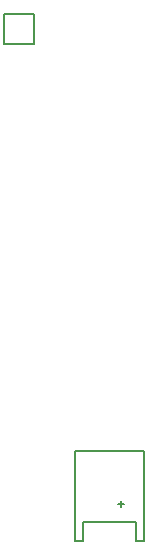
<source format=gbr>
%TF.GenerationSoftware,KiCad,Pcbnew,8.0.4*%
%TF.CreationDate,2024-07-27T19:19:30+05:00*%
%TF.ProjectId,BUBA_v1,42554241-5f76-4312-9e6b-696361645f70,v1.0.0*%
%TF.SameCoordinates,Original*%
%TF.FileFunction,Legend,Top*%
%TF.FilePolarity,Positive*%
%FSLAX46Y46*%
G04 Gerber Fmt 4.6, Leading zero omitted, Abs format (unit mm)*
G04 Created by KiCad (PCBNEW 8.0.4) date 2024-07-27 19:19:30*
%MOMM*%
%LPD*%
G01*
G04 APERTURE LIST*
%ADD10C,0.150000*%
G04 APERTURE END LIST*
D10*
%TO.C,MCU1*%
X74491695Y-69733239D02*
X74491695Y-67193239D01*
X77031695Y-67193239D02*
X74491695Y-67193239D01*
X77031695Y-67193239D02*
X77031695Y-69733239D01*
X77031695Y-69733239D02*
X74491695Y-69733239D01*
%TO.C,BAT1*%
X80431696Y-104183241D02*
X80431696Y-111783241D01*
X80431696Y-111783241D02*
X81131696Y-111783241D01*
X81131696Y-110183241D02*
X85631696Y-110183241D01*
X81131696Y-111783241D02*
X81131696Y-110183241D01*
X84381696Y-108933241D02*
X84381696Y-108433241D01*
X84631695Y-108683242D02*
X84131698Y-108683240D01*
X85631696Y-110183241D02*
X85631696Y-111783241D01*
X85631696Y-111783241D02*
X86331696Y-111783241D01*
X86331696Y-104183241D02*
X80431696Y-104183241D01*
X86331696Y-111783241D02*
X86331696Y-104183241D01*
%TD*%
M02*

</source>
